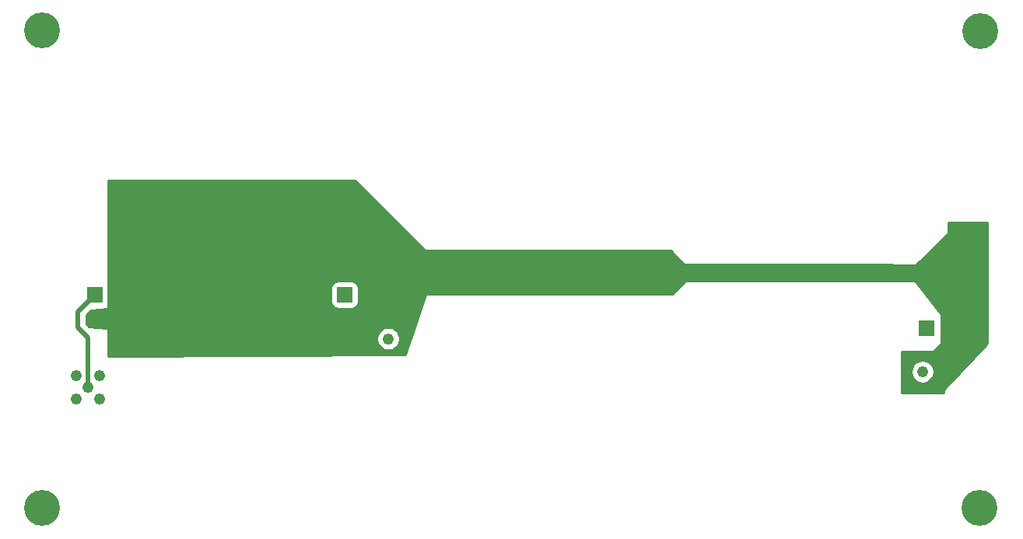
<source format=gbl>
%TF.GenerationSoftware,KiCad,Pcbnew,(5.1.7-0-10_14)*%
%TF.CreationDate,2021-02-01T11:36:59-06:00*%
%TF.ProjectId,Q-test-circuit,512d7465-7374-42d6-9369-72637569742e,rev?*%
%TF.SameCoordinates,Original*%
%TF.FileFunction,Copper,L2,Bot*%
%TF.FilePolarity,Positive*%
%FSLAX46Y46*%
G04 Gerber Fmt 4.6, Leading zero omitted, Abs format (unit mm)*
G04 Created by KiCad (PCBNEW (5.1.7-0-10_14)) date 2021-02-01 11:36:59*
%MOMM*%
%LPD*%
G01*
G04 APERTURE LIST*
%TA.AperFunction,ComponentPad*%
%ADD10O,1.700000X1.700000*%
%TD*%
%TA.AperFunction,ComponentPad*%
%ADD11R,1.700000X1.700000*%
%TD*%
%TA.AperFunction,ComponentPad*%
%ADD12C,1.240000*%
%TD*%
%TA.AperFunction,ViaPad*%
%ADD13C,3.900000*%
%TD*%
%TA.AperFunction,ViaPad*%
%ADD14C,0.600000*%
%TD*%
%TA.AperFunction,Conductor*%
%ADD15C,0.500000*%
%TD*%
%TA.AperFunction,Conductor*%
%ADD16C,0.250000*%
%TD*%
%TA.AperFunction,Conductor*%
%ADD17C,0.254000*%
%TD*%
%TA.AperFunction,Conductor*%
%ADD18C,0.100000*%
%TD*%
G04 APERTURE END LIST*
D10*
%TO.P,TP1,2*%
%TO.N,GND*%
X117700000Y-109340000D03*
D11*
%TO.P,TP1,1*%
%TO.N,Net-(C1-Pad1)*%
X117700000Y-106800000D03*
%TD*%
D10*
%TO.P,TP3,2*%
%TO.N,GND*%
X210800000Y-110380000D03*
D11*
%TO.P,TP3,1*%
%TO.N,/vout*%
X208260000Y-110380000D03*
%TD*%
D10*
%TO.P,TP2,2*%
%TO.N,GND*%
X144910000Y-109300000D03*
D11*
%TO.P,TP2,1*%
%TO.N,Net-(L2-Pad1)*%
X144910000Y-106760000D03*
%TD*%
D12*
%TO.P,TP1,2*%
%TO.N,GND*%
X115730000Y-118070000D03*
X118270000Y-115530000D03*
X118270000Y-118070000D03*
X115730000Y-115530000D03*
%TO.P,TP1,1*%
%TO.N,Net-(C1-Pad1)*%
X117000000Y-116800000D03*
%TD*%
%TO.P,TP3,2*%
%TO.N,GND*%
X206530000Y-116400000D03*
X209070000Y-113860000D03*
X209070000Y-116400000D03*
X206530000Y-113860000D03*
%TO.P,TP3,1*%
%TO.N,/vout*%
X207800000Y-115130000D03*
%TD*%
%TO.P,TP2,2*%
%TO.N,GND*%
X148380000Y-112820000D03*
X150920000Y-110280000D03*
X150920000Y-112820000D03*
X148380000Y-110280000D03*
%TO.P,TP2,1*%
%TO.N,Net-(L2-Pad1)*%
X149650000Y-111550000D03*
%TD*%
D13*
%TO.N,*%
X214118000Y-78019000D03*
X214000000Y-130000000D03*
X112000000Y-130000000D03*
X112000000Y-78000000D03*
D14*
%TO.N,GND*%
X212400000Y-110600000D03*
X212400000Y-99200000D03*
X213000000Y-99200000D03*
X212400000Y-99800000D03*
X213000000Y-99800000D03*
X213000000Y-100400000D03*
X213000000Y-101000000D03*
X212400000Y-101000000D03*
X212400000Y-100400000D03*
X212400000Y-107600000D03*
X213000000Y-108200000D03*
X213000000Y-107600000D03*
X212400000Y-108200000D03*
X213000000Y-110600000D03*
X213000000Y-110000000D03*
X213000000Y-108800000D03*
X213000000Y-109400000D03*
X212400000Y-109400000D03*
X212400000Y-108800000D03*
X212400000Y-110000000D03*
X213000000Y-106400000D03*
X213000000Y-107000000D03*
X212400000Y-107000000D03*
X212400000Y-106400000D03*
X212400000Y-105200000D03*
X213000000Y-105800000D03*
X213000000Y-105200000D03*
X212400000Y-105800000D03*
X213000000Y-104000000D03*
X213000000Y-104600000D03*
X212400000Y-104600000D03*
X212400000Y-104000000D03*
X212400000Y-102800000D03*
X213000000Y-103400000D03*
X213000000Y-102800000D03*
X212400000Y-103400000D03*
X213000000Y-101600000D03*
X213000000Y-102200000D03*
X212400000Y-102200000D03*
X212400000Y-101600000D03*
X137530000Y-111560000D03*
X126550000Y-112470000D03*
X128140000Y-111560000D03*
X129720000Y-112490000D03*
X131250000Y-111620000D03*
X132710000Y-112570000D03*
X134230000Y-111480000D03*
X135680000Y-112510000D03*
X141350000Y-95560000D03*
X140130000Y-96480000D03*
X138540000Y-95460000D03*
X136900000Y-96500000D03*
X135390000Y-95420000D03*
X133850000Y-96480000D03*
X132380000Y-95560000D03*
X126090000Y-95610000D03*
X127410000Y-96560000D03*
X128930000Y-95610000D03*
X130860000Y-96400000D03*
X139050000Y-112510000D03*
X141430000Y-112590000D03*
X140250000Y-111560000D03*
%TD*%
D15*
%TO.N,Net-(C1-Pad1)*%
X115900000Y-110300000D02*
X115900000Y-108600000D01*
X115900000Y-108600000D02*
X117700000Y-106800000D01*
X117000000Y-111400000D02*
X115900000Y-110300000D01*
X117000000Y-116800000D02*
X117000000Y-111400000D01*
D16*
%TO.N,GND*%
X214070000Y-108450000D02*
X213329000Y-110059000D01*
X213270000Y-110000000D02*
X214070000Y-108450000D01*
X211950000Y-107650000D02*
X212290000Y-109770000D01*
X211580000Y-99100000D02*
X213380000Y-99350000D01*
X211550000Y-99070000D02*
X211580000Y-99100000D01*
D15*
X137590000Y-111620000D02*
X137530000Y-111560000D01*
X139050000Y-112510000D02*
X137590000Y-111620000D01*
X128140000Y-111740000D02*
X128140000Y-111560000D01*
X129720000Y-112490000D02*
X128140000Y-111740000D01*
X131390000Y-111620000D02*
X131250000Y-111620000D01*
X132710000Y-112570000D02*
X131390000Y-111620000D01*
X134650000Y-111480000D02*
X134230000Y-111480000D01*
X135680000Y-112510000D02*
X134650000Y-111480000D01*
X130860000Y-96400000D02*
X131540000Y-96400000D01*
X141160000Y-95560000D02*
X141350000Y-95560000D01*
X140130000Y-96480000D02*
X141160000Y-95560000D01*
X137890000Y-95630000D02*
X138540000Y-95460000D01*
X136900000Y-96500000D02*
X137890000Y-95630000D01*
X134700000Y-95630000D02*
X135390000Y-95420000D01*
X133850000Y-96480000D02*
X134700000Y-95630000D01*
X131540000Y-96400000D02*
X132380000Y-95560000D01*
X126090000Y-95610000D02*
X126290000Y-95810000D01*
X126290000Y-95810000D02*
X127410000Y-96560000D01*
X130860000Y-96400000D02*
X130910000Y-96450000D01*
D16*
X140250000Y-111560000D02*
X139050000Y-112510000D01*
X144920000Y-110780000D02*
X140340000Y-110780000D01*
X140340000Y-110780000D02*
X141430000Y-112590000D01*
X140250000Y-111560000D02*
X141430000Y-112590000D01*
%TD*%
D17*
%TO.N,GND*%
X146047375Y-94326981D02*
X153630197Y-101909803D01*
X153649443Y-101925597D01*
X153671399Y-101937333D01*
X153695224Y-101944560D01*
X153720000Y-101947000D01*
X180347394Y-101947000D01*
X181850197Y-103449803D01*
X181869443Y-103465597D01*
X181891399Y-103477333D01*
X181915224Y-103484560D01*
X181939937Y-103487000D01*
X202079744Y-103497000D01*
X207049744Y-103507000D01*
X207074526Y-103504609D01*
X207098365Y-103497430D01*
X207120345Y-103485738D01*
X207138880Y-103470716D01*
X210598880Y-100080716D01*
X210614870Y-100061633D01*
X210626830Y-100039797D01*
X210634300Y-100016048D01*
X210637000Y-99990310D01*
X210639596Y-98927000D01*
X214873000Y-98927000D01*
X214873000Y-112013000D01*
X209827000Y-112013000D01*
X209827000Y-108850000D01*
X209824560Y-108825224D01*
X209817333Y-108801399D01*
X209799170Y-108770664D01*
X207039170Y-105320664D01*
X207021787Y-105302841D01*
X207001261Y-105288752D01*
X206978380Y-105278938D01*
X206954025Y-105273777D01*
X206940000Y-105273000D01*
X182030000Y-105273000D01*
X182005224Y-105275440D01*
X181981399Y-105282667D01*
X181959443Y-105294403D01*
X181940197Y-105310197D01*
X180577394Y-106673000D01*
X153790000Y-106673000D01*
X153765224Y-106675440D01*
X153741399Y-106682667D01*
X153719443Y-106694403D01*
X153700197Y-106710197D01*
X153684403Y-106729443D01*
X153669463Y-106760003D01*
X151508192Y-113273421D01*
X119155061Y-113422419D01*
X119135566Y-111426393D01*
X148395000Y-111426393D01*
X148395000Y-111673607D01*
X148443229Y-111916070D01*
X148537834Y-112144465D01*
X148675178Y-112350016D01*
X148849984Y-112524822D01*
X149055535Y-112662166D01*
X149283930Y-112756771D01*
X149526393Y-112805000D01*
X149773607Y-112805000D01*
X150016070Y-112756771D01*
X150244465Y-112662166D01*
X150450016Y-112524822D01*
X150624822Y-112350016D01*
X150762166Y-112144465D01*
X150856771Y-111916070D01*
X150905000Y-111673607D01*
X150905000Y-111426393D01*
X150856771Y-111183930D01*
X150762166Y-110955535D01*
X150624822Y-110749984D01*
X150450016Y-110575178D01*
X150244465Y-110437834D01*
X150016070Y-110343229D01*
X149773607Y-110295000D01*
X149526393Y-110295000D01*
X149283930Y-110343229D01*
X149055535Y-110437834D01*
X148849984Y-110575178D01*
X148675178Y-110749984D01*
X148537834Y-110955535D01*
X148443229Y-111183930D01*
X148395000Y-111426393D01*
X119135566Y-111426393D01*
X119126994Y-110548760D01*
X119124312Y-110524008D01*
X119116852Y-110500256D01*
X119104903Y-110478415D01*
X119088921Y-110459325D01*
X119069523Y-110443719D01*
X119047453Y-110432198D01*
X119013158Y-110423683D01*
X117073180Y-110221602D01*
X116785000Y-109933422D01*
X116785000Y-108966578D01*
X117295371Y-108456208D01*
X119045039Y-108276325D01*
X119069436Y-108271364D01*
X119092397Y-108261738D01*
X119113038Y-108247818D01*
X119130567Y-108230138D01*
X119144310Y-108209379D01*
X119153739Y-108186337D01*
X119159051Y-108150056D01*
X119159214Y-107829197D01*
X119175812Y-107774482D01*
X119188072Y-107650000D01*
X119188072Y-105950000D01*
X119184133Y-105910000D01*
X143421928Y-105910000D01*
X143421928Y-107610000D01*
X143434188Y-107734482D01*
X143470498Y-107854180D01*
X143529463Y-107964494D01*
X143608815Y-108061185D01*
X143705506Y-108140537D01*
X143815820Y-108199502D01*
X143935518Y-108235812D01*
X144060000Y-108248072D01*
X145760000Y-108248072D01*
X145884482Y-108235812D01*
X146004180Y-108199502D01*
X146114494Y-108140537D01*
X146211185Y-108061185D01*
X146290537Y-107964494D01*
X146349502Y-107854180D01*
X146385812Y-107734482D01*
X146398072Y-107610000D01*
X146398072Y-105910000D01*
X146385812Y-105785518D01*
X146349502Y-105665820D01*
X146290537Y-105555506D01*
X146211185Y-105458815D01*
X146114494Y-105379463D01*
X146004180Y-105320498D01*
X145884482Y-105284188D01*
X145760000Y-105271928D01*
X144060000Y-105271928D01*
X143935518Y-105284188D01*
X143815820Y-105320498D01*
X143705506Y-105379463D01*
X143608815Y-105458815D01*
X143529463Y-105555506D01*
X143470498Y-105665820D01*
X143434188Y-105785518D01*
X143421928Y-105910000D01*
X119184133Y-105910000D01*
X119175812Y-105825518D01*
X119160261Y-105774254D01*
X119166098Y-94317047D01*
X146047375Y-94326981D01*
%TA.AperFunction,Conductor*%
D18*
G36*
X146047375Y-94326981D02*
G01*
X153630197Y-101909803D01*
X153649443Y-101925597D01*
X153671399Y-101937333D01*
X153695224Y-101944560D01*
X153720000Y-101947000D01*
X180347394Y-101947000D01*
X181850197Y-103449803D01*
X181869443Y-103465597D01*
X181891399Y-103477333D01*
X181915224Y-103484560D01*
X181939937Y-103487000D01*
X202079744Y-103497000D01*
X207049744Y-103507000D01*
X207074526Y-103504609D01*
X207098365Y-103497430D01*
X207120345Y-103485738D01*
X207138880Y-103470716D01*
X210598880Y-100080716D01*
X210614870Y-100061633D01*
X210626830Y-100039797D01*
X210634300Y-100016048D01*
X210637000Y-99990310D01*
X210639596Y-98927000D01*
X214873000Y-98927000D01*
X214873000Y-112013000D01*
X209827000Y-112013000D01*
X209827000Y-108850000D01*
X209824560Y-108825224D01*
X209817333Y-108801399D01*
X209799170Y-108770664D01*
X207039170Y-105320664D01*
X207021787Y-105302841D01*
X207001261Y-105288752D01*
X206978380Y-105278938D01*
X206954025Y-105273777D01*
X206940000Y-105273000D01*
X182030000Y-105273000D01*
X182005224Y-105275440D01*
X181981399Y-105282667D01*
X181959443Y-105294403D01*
X181940197Y-105310197D01*
X180577394Y-106673000D01*
X153790000Y-106673000D01*
X153765224Y-106675440D01*
X153741399Y-106682667D01*
X153719443Y-106694403D01*
X153700197Y-106710197D01*
X153684403Y-106729443D01*
X153669463Y-106760003D01*
X151508192Y-113273421D01*
X119155061Y-113422419D01*
X119135566Y-111426393D01*
X148395000Y-111426393D01*
X148395000Y-111673607D01*
X148443229Y-111916070D01*
X148537834Y-112144465D01*
X148675178Y-112350016D01*
X148849984Y-112524822D01*
X149055535Y-112662166D01*
X149283930Y-112756771D01*
X149526393Y-112805000D01*
X149773607Y-112805000D01*
X150016070Y-112756771D01*
X150244465Y-112662166D01*
X150450016Y-112524822D01*
X150624822Y-112350016D01*
X150762166Y-112144465D01*
X150856771Y-111916070D01*
X150905000Y-111673607D01*
X150905000Y-111426393D01*
X150856771Y-111183930D01*
X150762166Y-110955535D01*
X150624822Y-110749984D01*
X150450016Y-110575178D01*
X150244465Y-110437834D01*
X150016070Y-110343229D01*
X149773607Y-110295000D01*
X149526393Y-110295000D01*
X149283930Y-110343229D01*
X149055535Y-110437834D01*
X148849984Y-110575178D01*
X148675178Y-110749984D01*
X148537834Y-110955535D01*
X148443229Y-111183930D01*
X148395000Y-111426393D01*
X119135566Y-111426393D01*
X119126994Y-110548760D01*
X119124312Y-110524008D01*
X119116852Y-110500256D01*
X119104903Y-110478415D01*
X119088921Y-110459325D01*
X119069523Y-110443719D01*
X119047453Y-110432198D01*
X119013158Y-110423683D01*
X117073180Y-110221602D01*
X116785000Y-109933422D01*
X116785000Y-108966578D01*
X117295371Y-108456208D01*
X119045039Y-108276325D01*
X119069436Y-108271364D01*
X119092397Y-108261738D01*
X119113038Y-108247818D01*
X119130567Y-108230138D01*
X119144310Y-108209379D01*
X119153739Y-108186337D01*
X119159051Y-108150056D01*
X119159214Y-107829197D01*
X119175812Y-107774482D01*
X119188072Y-107650000D01*
X119188072Y-105950000D01*
X119184133Y-105910000D01*
X143421928Y-105910000D01*
X143421928Y-107610000D01*
X143434188Y-107734482D01*
X143470498Y-107854180D01*
X143529463Y-107964494D01*
X143608815Y-108061185D01*
X143705506Y-108140537D01*
X143815820Y-108199502D01*
X143935518Y-108235812D01*
X144060000Y-108248072D01*
X145760000Y-108248072D01*
X145884482Y-108235812D01*
X146004180Y-108199502D01*
X146114494Y-108140537D01*
X146211185Y-108061185D01*
X146290537Y-107964494D01*
X146349502Y-107854180D01*
X146385812Y-107734482D01*
X146398072Y-107610000D01*
X146398072Y-105910000D01*
X146385812Y-105785518D01*
X146349502Y-105665820D01*
X146290537Y-105555506D01*
X146211185Y-105458815D01*
X146114494Y-105379463D01*
X146004180Y-105320498D01*
X145884482Y-105284188D01*
X145760000Y-105271928D01*
X144060000Y-105271928D01*
X143935518Y-105284188D01*
X143815820Y-105320498D01*
X143705506Y-105379463D01*
X143608815Y-105458815D01*
X143529463Y-105555506D01*
X143470498Y-105665820D01*
X143434188Y-105785518D01*
X143421928Y-105910000D01*
X119184133Y-105910000D01*
X119175812Y-105825518D01*
X119160261Y-105774254D01*
X119166098Y-94317047D01*
X146047375Y-94326981D01*
G37*
%TD.AperFunction*%
%TD*%
D17*
%TO.N,GND*%
X214726671Y-112155110D02*
X210107519Y-117062959D01*
X210092315Y-117082673D01*
X210081249Y-117104975D01*
X210074747Y-117129008D01*
X210073000Y-117150000D01*
X210073000Y-117473000D01*
X205527000Y-117473000D01*
X205527000Y-115006393D01*
X206545000Y-115006393D01*
X206545000Y-115253607D01*
X206593229Y-115496070D01*
X206687834Y-115724465D01*
X206825178Y-115930016D01*
X206999984Y-116104822D01*
X207205535Y-116242166D01*
X207433930Y-116336771D01*
X207676393Y-116385000D01*
X207923607Y-116385000D01*
X208166070Y-116336771D01*
X208394465Y-116242166D01*
X208600016Y-116104822D01*
X208774822Y-115930016D01*
X208912166Y-115724465D01*
X209006771Y-115496070D01*
X209055000Y-115253607D01*
X209055000Y-115006393D01*
X209006771Y-114763930D01*
X208912166Y-114535535D01*
X208774822Y-114329984D01*
X208600016Y-114155178D01*
X208394465Y-114017834D01*
X208166070Y-113923229D01*
X207923607Y-113875000D01*
X207676393Y-113875000D01*
X207433930Y-113923229D01*
X207205535Y-114017834D01*
X206999984Y-114155178D01*
X206825178Y-114329984D01*
X206687834Y-114535535D01*
X206593229Y-114763930D01*
X206545000Y-115006393D01*
X205527000Y-115006393D01*
X205527000Y-112928827D01*
X208898186Y-112976987D01*
X208922995Y-112974901D01*
X208946920Y-112968015D01*
X208969042Y-112956594D01*
X208989803Y-112939803D01*
X210148245Y-111781361D01*
X214726671Y-112155110D01*
%TA.AperFunction,Conductor*%
D18*
G36*
X214726671Y-112155110D02*
G01*
X210107519Y-117062959D01*
X210092315Y-117082673D01*
X210081249Y-117104975D01*
X210074747Y-117129008D01*
X210073000Y-117150000D01*
X210073000Y-117473000D01*
X205527000Y-117473000D01*
X205527000Y-115006393D01*
X206545000Y-115006393D01*
X206545000Y-115253607D01*
X206593229Y-115496070D01*
X206687834Y-115724465D01*
X206825178Y-115930016D01*
X206999984Y-116104822D01*
X207205535Y-116242166D01*
X207433930Y-116336771D01*
X207676393Y-116385000D01*
X207923607Y-116385000D01*
X208166070Y-116336771D01*
X208394465Y-116242166D01*
X208600016Y-116104822D01*
X208774822Y-115930016D01*
X208912166Y-115724465D01*
X209006771Y-115496070D01*
X209055000Y-115253607D01*
X209055000Y-115006393D01*
X209006771Y-114763930D01*
X208912166Y-114535535D01*
X208774822Y-114329984D01*
X208600016Y-114155178D01*
X208394465Y-114017834D01*
X208166070Y-113923229D01*
X207923607Y-113875000D01*
X207676393Y-113875000D01*
X207433930Y-113923229D01*
X207205535Y-114017834D01*
X206999984Y-114155178D01*
X206825178Y-114329984D01*
X206687834Y-114535535D01*
X206593229Y-114763930D01*
X206545000Y-115006393D01*
X205527000Y-115006393D01*
X205527000Y-112928827D01*
X208898186Y-112976987D01*
X208922995Y-112974901D01*
X208946920Y-112968015D01*
X208969042Y-112956594D01*
X208989803Y-112939803D01*
X210148245Y-111781361D01*
X214726671Y-112155110D01*
G37*
%TD.AperFunction*%
%TD*%
M02*

</source>
